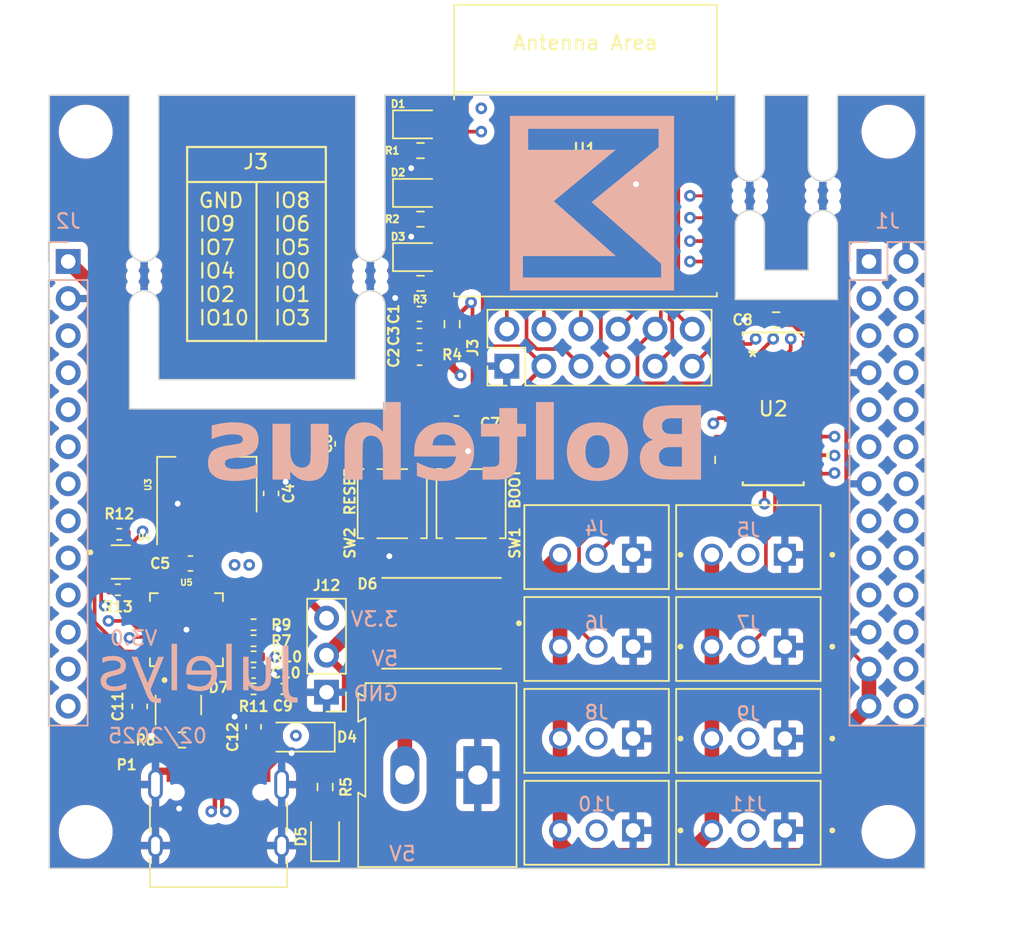
<source format=kicad_pcb>
(kicad_pcb (version 20221018) (generator pcbnew)
  (layers (0 "F.Cu" power) (1 "In1.Cu" signal) (2 "In2.Cu" signal) (31 "B.Cu" power) (34 "B.Paste" user) (35 "F.Paste" user) (36 "B.SilkS" user "B.Silkscreen") (37 "F.SilkS" user "F.Silkscreen") (38 "B.Mask" user) (39 "F.Mask" user) (44 "Edge.Cuts" user))
  (net 0 "")
  (net 1 "GND")
  (net 2 "A2")
  (net 3 "A1")
  (net 4 "A0")
  (net 5 "Net-(D1-K)")
  (net 6 "Net-(D2-K)")
  (net 7 "Net-(D3-K)")
  (net 8 "+3.3V")
  (net 9 "CHIP_UP")
  (net 10 "IO7")
  (net 11 "IO3")
  (net 12 "USB_D-")
  (net 13 "USB_D+")
  (net 14 "IO2")
  (net 15 "IO1")
  (net 16 "IO0")
  (net 17 "+5V")
  (net 18 "Net-(D5-A)")
  (net 19 "Net-(U2-A4)")
  (net 20 "Net-(U2-A6)")
  (net 21 "Net-(U2-A7)")
  (net 22 "Net-(U2-A5)")
  (net 23 "Net-(U2-~{E})")
  (net 24 "Net-(U2-A3)")
  (net 25 "Net-(U2-A0)")
  (net 26 "Net-(U2-A1)")
  (net 27 "Net-(U2-A2)")
  (net 28 "Net-(V_IN1-Pin_2)")
  (net 31 "Net-(U5-VBUS)")
  (net 32 "Net-(U5-~{RST})")
  (net 34 "Net-(U5-~{SUSPEND})")
  (net 47 "RTS")
  (net 48 "RXD")
  (net 49 "TXD")
  (net 51 "DTR")
  (net 52 "Net-(P1-CC)")
  (net 77 "Net-(U4-BASE1)")
  (net 78 "Net-(U4-BASE2)")
  (net 82 "CLK")
  (net 83 "CS")
  (net 84 "IO9")
  (net 85 "VBUS")
  (footprint "PCM_Espressif:ESP32-C3-WROOM-02" (layer "F.Cu") (at 62.74 21.8)
    (fp_text reference "U1")
    (fp_text value "ESP32-C3-WROOM-02")
  )
  (footprint "Connector:JST_B3B-XH-A" (layer "F.Cu") (at 63.5 64.875)
    (fp_text reference "J10")
    (fp_text value "B3B-XH-A")
  )
  (footprint "footprints:mouse-bite-2mm-slot" (layer "F.Cu") (at 74 21.9 90)
    (fp_text reference "mouse-bite-2mm-slot" hide)
    (fp_text value "VAL**" hide)
    (fp_arc (start -2 -1) (mid -1 0) (end -2 1) (stroke (width 0.1)) (layer "Edge.Cuts"))
    (fp_arc (start 2 1) (mid 1 0) (end 2 -1) (stroke (width 0.1)) (layer "Edge.Cuts"))
  )
  (footprint "Capacitor_SMD:C_0402_1005Metric" (layer "F.Cu") (at 40 54.5975)
    (fp_text reference "C10")
    (fp_text value "1uF/16V(10%)")
  )
  (footprint "MountingHole:MountingHole_3.2mm_M3" (layer "F.Cu") (at 83.5 65.5)
    (fp_text reference "H4" hide)
    (fp_text value "MountingHole")
  )
  (footprint "Resistor_SMD:R_0603_1608Metric" (layer "F.Cu") (at 71.1 40 -90)
    (fp_text reference "R6")
    (fp_text value "10K")
  )
  (footprint "Resistor_SMD:R_0603_1608Metric" (layer "F.Cu") (at 75.8 30.4)
    (fp_text reference "C8")
    (fp_text value "100nf")
  )
  (footprint "Connector:JST_B3B-XH-A" (layer "F.Cu") (at 63.5 58.575)
    (fp_text reference "J8")
    (fp_text value "B3B-XH-A")
  )
  (footprint "Connector_PinHeader_2.54mm:PinHeader_1x03_P2.54mm_Vertical" (layer "F.Cu") (at 45 55.925 180)
    (fp_text reference "J12")
    (fp_text value "Conn_01x03_Pin")
  )
  (footprint "Button_Switch_SMD:SW_SPST_TL3305A" (layer "F.Cu") (at 49.5 43 90)
    (fp_text reference "SW2")
    (fp_text value "SW_Push")
  )
  (footprint "Package_TO_SOT_SMD:SOT-223-3_TabPin2" (layer "F.Cu") (at 36.8 41.7 90)
    (fp_text reference "U3")
    (fp_text value "AMS1117-3.3")
  )
  (footprint "Capacitor_SMD:C_0603_1608Metric" (layer "F.Cu") (at 41.2 42.3 90)
    (fp_text reference "C4")
    (fp_text value "10uf")
  )
  (footprint "74HC4051D_FOOTPRINT:SOIC16_TOS" (layer "F.Cu") (at 75.6 36.5)
    (fp_text reference "U2")
    (fp_text value "74HC4051")
  )
  (footprint "Capacitor_SMD:C_0603_1608Metric" (layer "F.Cu") (at 51.375 33 180)
    (fp_text reference "C2")
    (fp_text value "10uf")
  )
  (footprint "Button_Switch_SMD:SW_SPST_TL3305A" (layer "F.Cu") (at 54.9 43 90)
    (fp_text reference "SW1")
    (fp_text value "SW_Push")
  )
  (footprint "MountingHole:MountingHole_3.2mm_M3" (layer "F.Cu") (at 83.5 17.5)
    (fp_text reference "H2" hide)
    (fp_text value "MountingHole")
  )
  (footprint "footprints:mouse-bite-2mm-slot" (layer "F.Cu") (at 32.5 27.4 90)
    (fp_text reference "mouse-bite-2mm-slot" hide)
    (fp_text value "VAL**" hide)
    (fp_arc (start -2 -1) (mid -1 0) (end -2 1) (stroke (width 0.1)) (layer "Edge.Cuts"))
    (fp_arc (start 2 1) (mid 1 0) (end 2 -1) (stroke (width 0.1)) (layer "Edge.Cuts"))
  )
  (footprint "Capacitor_SMD:C_0603_1608Metric" (layer "F.Cu") (at 35.675 47.1 180)
    (fp_text reference "C5")
    (fp_text value "10uf")
  )
  (footprint "Capacitor_SMD:C_0603_1608Metric" (layer "F.Cu") (at 53.9 37.5)
    (fp_text reference "C7")
    (fp_text value "0.1uf")
  )
  (footprint "Capacitor_SMD:C_0603_1608Metric" (layer "F.Cu") (at 51.3625 30 180)
    (fp_text reference "C1")
    (fp_text value "1uf/16V")
  )
  (footprint "Resistor_SMD:R_0402_1005Metric" (layer "F.Cu") (at 40 53.4975 180)
    (fp_text reference "R10")
    (fp_text value "22.1K")
  )
  (footprint "Diode_SMD:D_SOD-123" (layer "F.Cu") (at 43.2 59 180)
    (fp_text reference "D4")
    (fp_text value "1N5819HW-7-F")
  )
  (footprint "Resistor_SMD:R_0603_1608Metric" (layer "F.Cu") (at 51.4375 23.5 180)
    (fp_text reference "R2")
    (fp_text value "270")
  )
  (footprint "Transistor_Power_Module:SOT65P210X110-6N" (layer "F.Cu") (at 30.9 47)
    (fp_text reference "U4")
    (fp_text value "BC847BDW1T1G")
  )
  (footprint "Resistor_SMD:R_0402_1005Metric" (layer "F.Cu") (at 30.7 48.9 180)
    (fp_text reference "R13")
    (fp_text value "10k")
  )
  (footprint "Connector:JST_B3B-XH-A" (layer "F.Cu") (at 63.5 52.275)
    (fp_text reference "J6")
    (fp_text value "B3B-XH-A")
  )
  (footprint "Connector:JST_B3B-XH-A" (layer "F.Cu") (at 73.9 45.975)
    (fp_text reference "J5")
    (fp_text value "B3B-XH-A")
  )
  (footprint "LED_SMD:LED_0805_2012Metric" (layer "F.Cu") (at 51.2375 21.7)
    (fp_text reference "D2")
    (fp_text value "LED RED")
  )
  (footprint "Resistor_SMD:R_0402_1005Metric" (layer "F.Cu") (at 40 52.3975)
    (fp_text reference "R7")
    (fp_text value "1K")
  )
  (footprint "Connector_USB:QFN50P500X500X80-29N" (layer "F.Cu") (at 35.4 51.6375 90)
    (fp_text reference "U5")
    (fp_text value "CP2102N-A02-GQFN28")
  )
  (footprint "Resistor_SMD:R_0603_1608Metric" (layer "F.Cu") (at 35.1 59.2 180)
    (fp_text reference "R8")
    (fp_text value "5.1K")
  )
  (footprint "Capacitor_SMD:C_0603_1608Metric" (layer "F.Cu") (at 46.1 38.9 90)
    (fp_text reference "C6")
    (fp_text value "0.1uf")
  )
  (footprint "Resistor_SMD:R_0402_1005Metric" (layer "F.Cu") (at 30.8 45.1 180)
    (fp_text reference "R12")
    (fp_text value "10k")
  )
  (footprint "Package_TO_SOT_SMD:SOT-143" (layer "F.Cu") (at 34.85 56.8 90)
    (fp_text reference "D7")
    (fp_text value "SP0503BAHT")
  )
  (footprint "Capacitor_SMD:C_0402_1005Metric" (layer "F.Cu") (at 42 55.7 180)
    (fp_text reference "C9")
    (fp_text value "10uF/25V(20%)")
  )
  (footprint "MountingHole:MountingHole_3.2mm_M3" (layer "F.Cu") (at 28.5 65.5)
    (fp_text reference "H3" hide)
    (fp_text value "MountingHole")
  )
  (footprint "Resistor_SMD:R_0603_1608Metric" (layer "F.Cu") (at 51.4375 27.9 180)
    (fp_text reference "R3")
    (fp_text value "270")
  )
  (footprint "LED_SMD:LED_0805_2012Metric" (layer "F.Cu") (at 51.2375 26.1)
    (fp_text reference "D3")
    (fp_text value "LED RED")
  )
  (footprint "Capacitor_SMD:C_0603_1608Metric" (layer "F.Cu") (at 40 58.3 90)
    (fp_text reference "C12")
    (fp_text value "22pf")
  )
  (footprint "Capacitor_SMD:C_0603_1608Metric" (layer "F.Cu") (at 51.3625 31.5 180)
    (fp_text reference "C3")
    (fp_text value "0.1uf")
  )
  (footprint "Connector_PinHeader_2.54mm:PinHeader_2x06_P2.54mm_Vertical" (layer "F.Cu") (at 57.35 33.575 90)
    (fp_text reference "J3")
    (fp_text value "Conn_02x06_Odd_Even")
  )
  (footprint "Connector:JST_B3B-XH-A" (layer "F.Cu") (at 73.9 64.875)
    (fp_text reference "J11")
    (fp_text value "B3B-XH-A")
  )
  (footprint "TerminalBlock:TerminalBlock_Altech_AK300-2_P5.00mm" (layer "F.Cu") (at 55.365 61.6 180)
    (fp_text reference "V_IN1" hide)
    (fp_text value "5V")
  )
  (footprint "Connector:JST_B3B-XH-A" (layer "F.Cu") (at 63.5 45.975)
    (fp_text reference "J4")
    (fp_text value "B3B-XH-A")
  )
  (footprint "Capacitor_SMD:C_0603_1608Metric" (layer "F.Cu") (at 32.2 56.9 -90)
    (fp_text reference "C11")
    (fp_text value "22pf")
  )
  (footprint "Connector:JST_B3B-XH-A" (layer "F.Cu") (at 73.9 52.275)
    (fp_text reference "J7")
    (fp_text value "B3B-XH-A")
  )
  (footprint "Resistor_SMD:R_0402_1005Metric" (layer "F.Cu") (at 40 55.6975)
    (fp_text reference "R11")
    (fp_text value "47.5K")
  )
  (footprint "Connector:JST_B3B-XH-A" (layer "F.Cu") (at 73.9 58.575)
    (fp_text reference "J9")
    (fp_text value "B3B-XH-A")
  )
  (footprint "LED_SMD:LED_0805_2012Metric" (layer "F.Cu") (at 51.2375 17)
    (fp_text reference "D1")
    (fp_text value "LED RED")
  )
  (footprint "Resistor_SMD:R_0402_1005Metric" (layer "F.Cu") (at 40 51.2975)
    (fp_text reference "R9")
    (fp_text value "10K")
  )
  (footprint "Diode_SMD:DIOM7959X262N" (layer "F.Cu") (at 52.8775 51.2 180)
    (fp_text reference "D6")
    (fp_text value "SS34-E3_57T")
  )
  (footprint "footprints:mouse-bite-2mm-slot" (layer "F.Cu") (at 79 21.9 90)
    (fp_text reference "mouse-bite-2mm-slot" hide)
    (fp_text value "VAL**" hide)
    (fp_arc (start -2 -1) (mid -1 0) (end -2 1) (stroke (width 0.1)) (layer "Edge.Cuts"))
    (fp_arc (start 2 1) (mid 1 0) (end 2 -1) (stroke (width 0.1)) (layer "Edge.Cuts"))
  )
  (footprint "Resistor_SMD:R_0603_1608Metric" (layer "F.Cu") (at 44.9 62.425 -90)
    (fp_text reference "R5")
    (fp_text value "5k1")
  )
  (footprint "LED_SMD:LED_0805_2012Metric" (layer "F.Cu") (at 44.9 65.825 90)
    (fp_text reference "D5")
    (fp_text value "LED GREEN")
  )
  (footprint "Resistor_SMD:R_0603_1608Metric" (layer "F.Cu") (at 51.4375 18.8 180)
    (fp_text reference "R1")
    (fp_text value "270")
  )
  (footprint "Connector_USB:USB_C_Receptacle_HRO_TYPE-C-31-M-12" (layer "F.Cu") (at 37.6 65.385)
    (fp_text reference "P1")
    (fp_text value "USB_C_Plug_USB2.0")
  )
  (footprint "Resistor_SMD:R_0603_1608Metric" (layer "F.Cu") (at 53.6 30.7 90)
    (fp_text reference "R4")
    (fp_text value "10K")
  )
  (footprint "footprints:mouse-bite-2mm-slot" (layer "F.Cu") (at 48 27.4 90)
    (fp_text reference "mouse-bite-2mm-slot" hide)
    (fp_text value "VAL**" hide)
    (fp_arc (start -2 -1) (mid -1 0) (end -2 1) (stroke (width 0.1)) (layer "Edge.Cuts"))
    (fp_arc (start 2 1) (mid 1 0) (end 2 -1) (stroke (width 0.1)) (layer "Edge.Cuts"))
  )
  (footprint "MountingHole:MountingHole_3.2mm_M3" (layer "F.Cu") (at 28.5 17.5)
    (fp_text reference "H1" hide)
    (fp_text value "MountingHole")
  )
  (footprint "Connector_PinSocket_2.54mm:PinSocket_2x13_P2.54mm_Vertical" (layer "B.Cu") (at 82.16 26.4 180)
    (fp_text reference "J1")
    (fp_text value "Conn_02x13_Top_Bottom")
  )
  (footprint "Connector_PinSocket_2.54mm:PinSocket_1x13_P2.54mm_Vertical" (layer "B.Cu") (at 27.3 26.4 180)
    (fp_text reference "J2")
    (fp_text value "Conn_01x13")
  )
  (gr_line (start 35.45 20.95) (end 44.95 20.95) (stroke (width 0.15)) (layer "F.SilkS"))
  (gr_line (start 40.2 20.95) (end 40.2 31.85) (stroke (width 0.15)) (layer "F.SilkS"))
  (gr_line (start 44.95 31.85) (end 44.95 18.55) (stroke (width 0.15)) (layer "F.SilkS"))
  (gr_line (start 35.45 18.55) (end 35.45 31.85) (stroke (width 0.15)) (layer "F.SilkS"))
  (gr_line (start 44.95 18.55) (end 35.45 18.55) (stroke (width 0.15)) (layer "F.SilkS"))
  (gr_line (start 35.45 31.85) (end 44.95 31.85) (stroke (width 0.15)) (layer "F.SilkS"))
  (gr_line (start 86 15) (end 80 15) (stroke (width 0.1)) (layer "Edge.Cuts"))
  (gr_line (start 33.5 29.4) (end 33.5 34.5) (stroke (width 0.1)) (layer "Edge.Cuts"))
  (gr_line (start 75 19.9) (end 75 15) (stroke (width 0.1)) (layer "Edge.Cuts"))
  (gr_line (start 26 68) (end 86 68) (stroke (width 0.1)) (layer "Edge.Cuts"))
  (gr_line (start 78 23.9) (end 78 27) (stroke (width 0.1)) (layer "Edge.Cuts"))
  (gr_line (start 80 23.9) (end 80 29) (stroke (width 0.1)) (layer "Edge.Cuts"))
  (gr_line (start 49 25.4) (end 49 15) (stroke (width 0.1)) (layer "Edge.Cuts"))
  (gr_line (start 31.5 15) (end 31.5 25.4) (stroke (width 0.1)) (layer "Edge.Cuts"))
  (gr_line (start 75 15) (end 78 15) (stroke (width 0.1)) (layer "Edge.Cuts"))
  (gr_line (start 73 23.9) (end 73 29) (stroke (width 0.1)) (layer "Edge.Cuts"))
  (gr_line (start 31.5 29.4) (end 31.5 36.5) (stroke (width 0.1)) (layer "Edge.Cuts"))
  (gr_line (start 26 15) (end 26 68) (stroke (width 0.1)) (layer "Edge.Cuts"))
  (gr_line (start 31.5 36.5) (end 49 36.5) (stroke (width 0.1)) (layer "Edge.Cuts"))
  (gr_line (start 80 29) (end 73 29) (stroke (width 0.1)) (layer "Edge.Cuts"))
  (gr_line (start 80 15) (end 80 19.9) (stroke (width 0.1)) (layer "Edge.Cuts"))
  (gr_line (start 33.5 15) (end 33.5 25.4) (stroke (width 0.1)) (layer "Edge.Cuts"))
  (gr_line (start 49 15) (end 73 15) (stroke (width 0.1)) (layer "Edge.Cuts"))
  (gr_line (start 26 15) (end 31.5 15) (stroke (width 0.1)) (layer "Edge.Cuts"))
  (gr_line (start 33.5 34.5) (end 47 34.5) (stroke (width 0.1)) (layer "Edge.Cuts"))
  (gr_line (start 49 29.4) (end 49 36.5) (stroke (width 0.1)) (layer "Edge.Cuts"))
  (gr_line (start 47 15) (end 33.5 15) (stroke (width 0.1)) (layer "Edge.Cuts"))
  (gr_line (start 47 25.4) (end 47 15) (stroke (width 0.1)) (layer "Edge.Cuts"))
  (gr_line (start 75 27) (end 75 23.9) (stroke (width 0.1)) (layer "Edge.Cuts"))
  (gr_line (start 78 27) (end 75 27) (stroke (width 0.1)) (layer "Edge.Cuts"))
  (gr_line (start 86 68) (end 86 15) (stroke (width 0.1)) (layer "Edge.Cuts"))
  (gr_line (start 73 15) (end 73 19.9) (stroke (width 0.1)) (layer "Edge.Cuts"))
  (gr_line (start 78 15) (end 78 19.9) (stroke (width 0.1)) (layer "Edge.Cuts"))
  (gr_line (start 47 34.5) (end 47 29.4) (stroke (width 0.1)) (layer "Edge.Cuts"))
  (gr_text "Julelys" (at 42.8 56.3) (layer "B.SilkS") (effects (font (size 3 3)) (justify left bottom mirror)))
  (gr_text "∑" (at 68.2 26.7) (layer "B.SilkS" knockout) (effects (font (size 8 10) (thickness 1.6) bold) (justify left bottom mirror)))
  (gr_text "5V" (at 50 54.2) (layer "B.SilkS") (effects (font (size 1 1)) (justify left bottom mirror)))
  (gr_text "Boltehus" (at 71.3 42.2) (layer "B.SilkS") (effects (font (size 5 5) (thickness 0.3) bold) (justify left bottom mirror)))
  (gr_text "3.3V" (at 50 51.5) (layer "B.SilkS") (effects (font (size 1 1)) (justify left bottom mirror)))
  (gr_text "GND" (at 50 56.6) (layer "B.SilkS") (effects (font (size 1 1)) (justify left bottom mirror)))
  (gr_text "02/2025" (at 36.9 59.5) (layer "B.SilkS") (effects (font (size 1 1)) (justify left bottom mirror)))
  (gr_text "V3.0" (at 33.5 52.8) (layer "B.SilkS") (effects (font (size 1 1)) (justify left bottom mirror)))
  (gr_text "GND\nIO9\nIO7\nIO4\nIO2\nIO10" (at 36.15 30.85) (layer "F.SilkS") (effects (font (size 1 1)) (justify left bottom)))
  (gr_text "IO8\nIO6\nIO5\nIO0\nIO1\nIO3" (at 42.65 30.85) (layer "F.SilkS") (effects (font (size 1 1)) (justify bottom)))
  (gr_text "J3" (at 40.15 20.15) (layer "F.SilkS") (effects (font (size 1 1)) (justify bottom)))
  (segment (start 72.93935 39.675) (end 72.93935 40.945) (width 0.25) (layer "F.Cu") (net 1))
  (segment (start 33.975 57.675) (end 34.1 57.8) (width 0.25) (layer "F.Cu") (net 1))
  (segment (start 42.175 41.525) (end 41.2 41.525) (width 0.5) (layer "F.Cu") (net 1))
  (segment (start 50.5875 29.7875) (end 50.5875 30) (width 0.5) (layer "F.Cu") (net 1))
  (segment (start 34.9 52.1375) (end 34.9 53.9975) (width 0.25) (layer "F.Cu") (net 1))
  (segment (start 46.1 39.675) (end 47.725 39.675) (width 0.5) (layer "F.Cu") (net 1))
  (segment (start 40.5125 55.7) (end 40.51 55.6975) (width 0.25) (layer "F.Cu") (net 1))
  (segment (start 34.5 46.1) (end 34.9 46.5) (width 0.5) (layer "F.Cu") (net 1))
  (segment (start 53.4 39.4) (end 53.4 46.6) (width 0.5) (layer "F.Cu") (net 1))
  (segment (start 49.7 28.9) (end 50.6125 27.9875) (width 0.5) (layer "F.Cu") (net 1))
  (segment (start 53.125 39.125) (end 53.4 39.4) (width 0.5) (layer "F.Cu") (net 1))
  (segment (start 70.9 40.825) (end 72.81935 40.825) (width 0.25) (layer "F.Cu") (net 1))
  (segment (start 50.5875 30) (end 50.5875 32.9875) (width 0.5) (layer "F.Cu") (net 1))
  (segment (start 76.275 46.375) (end 76.4 46.5) (width 0.5) (layer "F.Cu") (net 1))
  (segment (start 34.35 61.34) (end 34.35 59.775) (width 0.3) (layer "F.Cu") (net 1))
  (segment (start 35.4 51.6375) (end 34.9 52.1375) (width 0.25) (layer "F.Cu") (net 1))
  (segment (start 52.99 28.9) (end 53.99 27.9) (width 0.5) (layer "F.Cu") (net 1))
  (segment (start 34.5 43.3) (end 34.8 43) (width 0.5) (layer "F.Cu") (net 1))
  (segment (start 73.6 30.4) (end 74.975 30.4) (width 0.5) (layer "F.Cu") (net 1))
  (segment (start 50.8 24.7) (end 50.6125 24.5125) (width 0.5) (layer "F.Cu") (net 1))
  (segment (start 40.48 54.5975) (end 40.48 55.6675) (width 0.25) (layer "F.Cu") (net 1))
  (segment (start 34.275 59.3) (end 34.275 57.975) (width 0.25) (layer "F.Cu") (net 1))
  (segment (start 50.5875 32.9875) (end 50.6 33) (width 0.5) (layer "F.Cu") (net 1))
  (segment (start 49.7 28.9) (end 52.99 28.9) (width 0.5) (layer "F.Cu") (net 1))
  (segment (start 50.8 20) (end 50.6125 19.8125) (width 0.5) (layer "F.Cu") (net 1))
  (segment (start 32.2 57.675) (end 33.975 57.675) (width 0.25) (layer "F.Cu") (net 1))
  (segment (start 40.51 51.2975) (end 41.3975 51.2975) (width 0.25) (layer "F.Cu") (net 1))
  (segment (start 49.7 28.9) (end 50.5875 29.7875) (width 0.5) (layer "F.Cu") (net 1))
  (segment (start 42.2 41.5) (end 42.175 41.525) (width 0.5) (layer "F.Cu") (net 1))
  (segment (start 53.075 46.925) (end 53.4 46.6) (width 0.25) (layer "F.Cu") (net 1))
  (segment (start 54.7 39.4) (end 53.4 39.4) (width 0.5) (layer "F.Cu") (net 1))
  (segment (start 41.2 40.6) (end 41.2 41.525) (width 0.5) (layer "F.Cu") (net 1))
  (segment (start 41.4 54.7) (end 41.4 55.58) (width 0.25) (layer "F.Cu") (net 1))
  (segment (start 72.81935 40.825) (end 72.93935 40.945) (width 0.25) (layer "F.Cu") (net 1))
  (segment (start 47.725 39.675) (end 48 39.4) (width 0.5) (layer "F.Cu") (net 1))
  (segment (start 34.5 44.85) (end 34.5 43.3) (width 0.5) (layer "F.Cu") (net 1))
  (segment (start 38.775 57.525) (end 38.7 57.6) (width 0.25) (layer "F.Cu") (net 1))
  (segment (start 42.125 39.675) (end 41.2 40.6) (width 0.5) (layer "F.Cu") (net 1))
  (segment (start 53.125 37.5) (end 53.125 39.125) (width 0.5) (layer "F.Cu") (net 1))
  (segment (start 41.52 55.7) (end 40.5125 55.7) (width 0.25) (layer "F.Cu") (net 1))
  (segment (start 33 58.9) (end 34.1 57.8) (width 0.5) (layer "F.Cu") (net 1))
  (segment (start 50.6125 27.9875) (end 50.6125 27.9) (width 0.5) (layer "F.Cu") (net 1))
  (segment (start 34.35 59.375) (end 34.275 59.3) (width 0.3) (layer "F.Cu") (net 1))
  (segment (start 41.3975 51.2975) (end 41.7 51.6) (width 0.25) (layer "F.Cu") (net 1))
  (segment (start 34.275 57.975) (end 34.1 57.8) (width 0.25) (layer "F.Cu") (net 1))
  (segment (start 47.725 39.025) (end 48 39.3) (width 0.5) (layer "F.Cu") (net 1))
  (segment (start 47.825 46.675) (end 48 46.5) (width 0.5) (layer "F.Cu") (net 1))
  (segment (start 40.48 55.6675) (end 40.51 55.6975) (width 0.25) (layer "F.Cu") (net 1))
  (segment (start 50.6125 24.5125) (end 50.6125 23.5) (width 0.5) (layer "F.Cu") (net 1))
  (segment (start 50.6125 19.8125) (end 50.6125 18.8) (width 0.5) (layer "F.Cu") (net 1))
  (segment (start 42.09 60.1) (end 40.85 61.34) (width 0.3) (layer "F.Cu") (net 1))
  (segment (start 34.5 44.25) (end 34.5 46.1) (width 0.5) (layer "F.Cu") (net 1))
  (segment (start 49.3 46.6) (end 48 46.6) (width 0.5) (layer "F.Cu") (net 1))
  (segment (start 42.6 60.1) (end 42.09 60.1) (width 0.3) (layer "F.Cu") (net 1))
  (segment (start 41.4 55.58) (end 41.52 55.7) (width 0.25) (layer "F.Cu") (net 1))
  (segment (start 46.1 39.675) (end 42.125 39.675) (width 0.5) (layer "F.Cu") (net 1))
  (segment (start 40 57.525) (end 38.775 57.525) (width 0.3) (layer "F.Cu") (net 1))
  (via (at 66.2 21.1) (size 0.8) (drill 0.4) (layers "F.Cu" "B.Cu") (net 1))
  (via (at 49.3 46.6) (size 0.8) (drill 0.4) (layers "F.Cu" "B.Cu") (net 1))
  (via (at 42.2 41.5) (size 0.8) (drill 0.4) (layers "F.Cu" "B.Cu") (net 1))
  (via (at 73.6 30.4) (size 0.8) (drill 0.4) (layers "F.Cu" "B.Cu") (net 1))
  (via (at 34.8 43) (size 0.8) (drill 0.4) (layers "F.Cu" "B.Cu") (net 1))
  (via (at 54.7 39.4) (size 0.8) (drill 0.4) (layers "F.Cu" "B.Cu") (net 1))
  (via (at 38.7 57.6) (size 0.8) (drill 0.4) (layers "F.Cu" "B.Cu") (net 1))
  (via (at 49.7 28.9) (size 0.8) (drill 0.4) (layers "F.Cu" "B.Cu") (net 1))
  (via (at 41.7 51.6) (size 0.8) (drill 0.4) (layers "F.Cu" "B.Cu") (net 1))
  (via (at 41.4 54.7) (size 0.8) (drill 0.4) (layers "F.Cu" "B.Cu") (net 1))
  (via (at 42.6 60.1) (size 0.8) (drill 0.4) (layers "F.Cu" "B.Cu") (net 1))
  (via (at 33 58.9) (size 0.8) (drill 0.4) (layers "F.Cu" "B.Cu") (net 1))
  (via (at 35.4 51.6375) (size 0.8) (drill 0.4) (layers "F.Cu" "B.Cu") (net 1))
  (via (at 50.8 24.7) (size 0.8) (drill 0.4) (layers "F.Cu" "B.Cu") (net 1))
  (via (at 34.9 63.9) (size 0.8) (drill 0.4) (layers "F.Cu" "B.Cu") (net 1))
  (via (at 50.8 20) (size 0.8) (drill 0.4) (layers "F.Cu" "B.Cu") (net 1))
  (segment (start 57.35 27.96) (end 57.35 31.035) (width 0.25) (layer "F.Cu") (net 2))
  (segment (start 78.26065 40.945) (end 79.755 40.945) (width 0.25) (layer "F.Cu") (net 2))
  (segment (start 53.99 24.9) (end 54.29 24.9) (width 0.25) (layer "F.Cu") (net 2))
  (segment (start 79.755 40.945) (end 79.8 40.9) (width 0.25) (layer "F.Cu") (net 2))
  (segment (start 53.99 24.9) (end 53.2375 24.9) (width 0.25) (layer "F.Cu") (net 2))
  (segment (start 54.29 24.9) (end 57.35 27.96) (width 0.25) (layer "F.Cu") (net 2))
  (segment (start 53.2375 24.9) (end 52.0375 26.1) (width 0.25) (layer "F.Cu") (net 2))
  (via (at 79.8 40.9) (size 0.8) (drill 0.4) (layers "F.Cu" "B.Cu") (net 2))
  (segment (start 53.99 20.4) (end 54.29 20.4) (width 0.25) (layer "F.Cu") (net 3))
  (segment (start 78.26065 39.675) (end 79.775 39.675) (width 0.25) (layer "F.Cu") (net 3))
  (segment (start 54.29 20.4) (end 62.43 28.54) (width 0.25) (layer "F.Cu") (net 3))
  (segment (start 53.99 20.4) (end 53.3375 20.4) (width 0.25) (layer "F.Cu") (net 3))
  (segment (start 62.43 28.54) (end 62.43 31.035) (width 0.25) (layer "F.Cu") (net 3))
  (segment (start 79.775 39.675) (end 79.8 39.7) (width 0.25) (layer "F.Cu") (net 3))
  (segment (start 53.3375 20.4) (end 52.0375 21.7) (width 0.25) (layer "F.Cu") (net 3))
  (via (at 79.8 39.7) (size 0.8) (drill 0.4) (layers "F.Cu" "B.Cu") (net 3))
  (segment (start 54.34 18.9) (end 63.795 28.355) (width 0.25) (layer "F.Cu") (net 4))
  (segment (start 52.175 17) (end 52.175 17.2975) (width 0.25) (layer "F.Cu") (net 4))
  (segment (start 63.795 28.355) (end 63.795 32.4) (width 0.25) (layer "F.Cu") (net 4))
  (segment (start 53.64 18.9) (end 53.99 18.9) (width 0.25) (layer "F.Cu") (net 4))
  (segment (start 63.795 32.4) (end 64.97 33.575) (width 0.25) (layer "F.Cu") (net 4))
  (segment (start 52.0375 17.2975) (end 53.64 18.9) (width 0.25) (layer "F.Cu") (net 4))
  (segment (start 78.26065 38.405) (end 79.795 38.405) (width 0.25) (layer "F.Cu") (net 4))
  (segment (start 79.795 38.405) (end 79.8 38.4) (width 0.25) (layer "F.Cu") (net 4))
  (segment (start 53.99 18.9) (end 54.34 18.9) (width 0.25) (layer "F.Cu") (net 4))
  (via (at 79.8 38.4) (size 0.8) (drill 0.4) (layers "F.Cu" "B.Cu") (net 4))
  (segment (start 52.1 18.8) (end 52.2625 18.8) (width 0.25) (layer "F.Cu") (net 5))
  (segment (start 50.3 17) (end 52.1 18.8) (width 0.25) (layer "F.Cu") (net 5))
  (segment (start 50.3 21.7) (end 52.1 23.5) (width 0.25) (layer "F.Cu") (net 6))
  (segment (start 52.1 23.5) (end 52.2625 23.5) (width 0.25) (layer "F.Cu") (net 6))
  (segment (start 52.1 27.9) (end 52.2625 27.9) (width 0.25) (layer "F.Cu") (net 7))
  (segment (start 50.3 26.1) (end 52.1 27.9) (width 0.25) (layer "F.Cu") (net 7))
  (segment (start 36.9 55) (end 36.9 53.9975) (width 0.25) (layer "F.Cu") (net 8))
  (segment (start 35.603274 37.95) (end 36.8 37.95) (width 0.25) (layer "F.Cu") (net 8))
  (segment (start 52.15 34.75) (end 49.7 37.2) (width 0.5) (layer "F.Cu") (net 8))
  (segment (start 42.4775 52.3975) (end 42.48 52.4) (width 0.25) (layer "F.Cu") (net 8))
  (segment (start 38.2425 56.3425) (end 42.147499 56.3425) (width 0.25) (layer "F.Cu") (net 8))
  (segment (start 38.15 37.2) (end 36.8 38.55) (width 0.5) (layer "F.Cu") (net 8))
  (segment (start 53.675 31.6) (end 53.7 31.575) (width 0.25) (layer "F.Cu") (net 8))
  (segment (start 49.7 37.2) (end 38.15 37.2) (width 0.5) (layer "F.Cu") (net 8))
  (segment (start 37.7225 48.3725) (end 42.5275 48.3725) (width 0.5) (layer "F.Cu") (net 8))
  (segment (start 36.525 44.525) (end 36.8 44.25) (width 0.5) (layer "F.Cu") (net 8))
  (segment (start 52.15 33) (end 52.15 34.75) (width 0.5) (layer "F.Cu") (net 8))
  (segment (start 36.9 53.9975) (end 36.4 53.9975) (width 0.25) (layer "F.Cu") (net 8))
  (segment (start 53.6 33.6245) (end 54.1755 34.2) (width 0.5) (layer "F.Cu") (net 8))
  (segment (start 53.6 31.525) (end 52.1625 31.525) (width 0.5) (layer "F.Cu") (net 8))
  (segment (start 42.48 56.009999) (end 42.48 55.7) (width 0.25) (layer "F.Cu") (net 8))
  (segment (start 40.51 52.3975) (end 42.4775 52.3975) (width 0.25) (layer "F.Cu") (net 8))
  (segment (start 52.1625 31.525) (end 52.1375 31.5) (width 0.5) (layer "F.Cu") (net 8))
  (segment (start 52.1375 32.9875) (end 52.15 33) (width 0.5) (layer "F.Cu") (net 8))
  (segment (start 42.48 48.42) (end 42.5275 48.3725) (width 0.25) (layer "F.Cu") (net 8))
  (segment (start 42.147499 56.3425) (end 42.48 56.009999) (width 0.25) (layer "F.Cu") (net 8))
  (segment (start 42.48 55.7) (end 42.48 52.4) (width 0.25) (layer "F.Cu") (net 8))
  (segment (start 53.6 31.525) (end 53.6 33.6245) (width 0.5) (layer "F.Cu") (net 8))
  (segment (start 42.48 52.4) (end 42.48 48.42) (width 0.25) (layer "F.Cu") (net 8))
  (segment (start 36.45 47.1) (end 37.7225 48.3725) (width 0.5) (layer "F.Cu") (net 8))
  (segment (start 36.45 45.2) (end 36.8 44.85) (width 0.5) (layer "F.Cu") (net 8))
  (segment (start 36.45 47.1) (end 36.45 45.2) (width 0.5) (layer "F.Cu") (net 8))
  (segment (start 38.2425 56.3425) (end 36.9 55) (width 0.25) (layer "F.Cu") (net 8))
  (segment (start 36.7 44.35) (end 36.8 44.25) (width 0.5) (layer "F.Cu") (net 8))
  (segment (start 42.5275 48.3725) (end 43.699629 49.544629) (width 0.5) (layer "F.Cu") (net 8))
  (segment (start 45 50.845) (end 43.699629 49.544629) (width 0.5) (layer "F.Cu") (net 8))
  (segment (start 52.1375 31.5) (end 52.1375 32.9875) (width 0.5) (layer "F.Cu") (net 8))
  (via (at 54.1755 34.2) (size 0.8) (drill 0.4) (layers "F.Cu" "B.Cu") (net 8))
  (via (at 55.6 15.9) (size 0.8) (drill 0.4) (layers "F.Cu" "B.Cu") (net 8))
  (segment (start 52.7 36) (end 51 37.7) (width 0.25) (layer "F.Cu") (net 9))
  (segment (start 53.475 30) (end 53.6 29.875) (width 0.3) (layer "F.Cu") (net 9))
  (segment (start 54.09 17.5) (end 53.99 17.4) (width 0.25) (layer "F.Cu") (net 9))
  (segment (start 54.9 29.2) (end 55.1 29.4) (width 0.25) (layer "F.Cu") (net 9))
  (segment (start 54.225 29.875) (end 54.9 29.2) (width 0.3) (layer "F.Cu") (net 9))
  (segment (start 51 46.5) (end 51 39.3) (width 0.3) (layer "F.Cu") (net 9))
  (segment (start 49.725 38.125) (end 46.1 38.125) (width 0.3) (layer "F.Cu") (net 9))
  (segment (start 53.6 29.875) (end 54.225 29.875) (width 0.3) (layer "F.Cu") (net 9))
  (segment (start 55 29.3) (end 55 35.2) (width 0.25) (layer "F.Cu") (net 9))
  (segment (start 54.9 29.2) (end 55 29.3) (width 0.25) (layer "F.Cu") (net 9))
  (segment (start 52.1375 30) (end 53.475 30) (width 0.3) (layer "F.Cu") (net 9))
  (segment (start 51 39.4) (end 49.725 38.125) (width 0.3) (layer "F.Cu") (net 9))
  (segment (start 55 35.2) (end 54.2 36) (width 0.25) (layer "F.Cu") (net 9))
  (segment (start 32.4 44.97) (end 31.855 45.515) (width 0.25) (layer "F.Cu") (net 9))
  (segment (start 51 37.7) (end 51 39.4) (width 0.25) (layer "F.Cu") (net 9))
  (segment (start 55.6 17.5) (end 54.09 17.5) (width 0.25) (layer "F.Cu") (net 9))
  (segment (start 31.855 45.515) (end 31.855 46.35) (width 0.25) (layer "F.Cu") (net 9))
  (segment (start 54.2 36) (end 52.7 36) (width 0.25) (layer "F.Cu") (net 9))
  (via (at 32.4 44.9) (size 0.8) (drill 0.4) (layers "F.Cu" "B.Cu") (net 9))
  (via (at 55.6 17.5) (size 0.8) (drill 0.4) (layers "F.Cu" "B.Cu") (net 9))
  (via (at 54.9 29.2) (size 0.8) (drill 0.4) (layers "F.Cu" "B.Cu") (net 9))
  (segment (start 54.29 23.4) (end 58.7 27.81) (width 0.25) (layer "F.Cu") (net 10))
  (segment (start 58.7 27.81) (end 58.7 31.696701) (width 0.25) (layer "F.Cu") (net 10))
  (segment (start 61.255 32.4) (end 62.43 33.575) (width 0.25) (layer "F.Cu") (net 10))
  (segment (start 53.99 23.4) (end 54.29 23.4) (width 0.25) (layer "F.Cu") (net 10))
  (segment (start 58.7 31.696701) (end 59.403299 32.4) (width 0.25) (layer "F.Cu") (net 10))
  (segment (start 59.403299 32.4) (end 61.255 32.4) (width 0.25) (layer "F.Cu") (net 10))
  (segment (start 70 20.4) (end 71.49 20.4) (width 0.25) (layer "F.Cu") (net 11))
  (segment (start 69.1 21.3) (end 70 20.4) (width 0.25) (layer "F.Cu") (net 11))
  (segment (start 70.05 31.035) (end 69.1 30.085) (width 0.25) (layer "F.Cu") (net 11))
  (segment (start 69.1 30.085) (end 69.1 21.3) (width 0.25) (layer "F.Cu") (net 11))
  (segment (start 37.85 60.5) (end 37.85 57.85) (width 0.3) (layer "F.Cu") (net 12))
  (segment (start 37.85 57.85) (end 35.8 55.8) (width 0.3) (layer "F.Cu") (net 12))
  (segment (start 35.9 55.7) (end 35.8 55.8) (width 0.3) (layer "F.Cu") (net 12))
  (segment (start 37.85 61.34) (end 37.85 63.850497) (width 0.3) (layer "F.Cu") (net 12))
  (segment (start 35.9 53.9975) (end 35.9 55.7) (width 0.3) (layer "F.Cu") (net 12))
  (segment (start 39.04 59.075) (end 40 59.075) (width 0.3) (layer "F.Cu") (net 12))
  (segment (start 37.85 61.34) (end 37.85 60.5) (width 0.3) (layer "F.Cu") (net 12))
  (segment (start 69.9 23.4) (end 71.49 23.4) (width 0.2) (layer "F.Cu") (net 12))
  (segment (start 37.85 60.265) (end 39.04 59.075) (width 0.3) (layer "F.Cu") (net 12))
  (segment (start 37.85 63.850497) (end 38.099503 64.1) (width 0.3) (layer "F.Cu") (net 12))
  (segment (start 37.85 60.5) (end 37.85 60.265) (width 0.3) (layer "F.Cu") (net 12))
  (via (at 69.9 23.4) (size 0.8) (drill 0.4) (layers "F.Cu" "B.Cu") (net 12))
  (via (at 38.099503 64.1) (size 0.8) (drill 0.4) (layers "F.Cu" "B.Cu") (net 12))
  (via (at 39.7 47.2) (size 0.8) (drill 0.4) (layers "F.Cu" "B.Cu") (net 12))
  (segment (start 35.8 57.4) (end 35.8 57.8) (width 0.3) (layer "F.Cu") (net 13))
  (segment (start 37.35 59.35) (end 37.35 61.34) (width 0.3) (layer "F.Cu") (net 13))
  (segment (start 37.35 63.85) (end 37.1 64.1) (width 0.3) (layer "F.Cu") (net 13))
  (segment (start 35 55.3) (end 35.4 54.9) (width 0.3) (layer "F.Cu") (net 13))
  (segment (start 35 56.6) (end 35 55.3) (width 0.3) (layer "F.Cu") (net 13))
  (segment (start 32.2 56.125) (end 33.175 55.15) (width 0.3) (layer "F.Cu") (net 13))
  (segment (start 35.4 54.9) (end 35.4 53.9975) (width 0.3) (layer "F.Cu") (net 13))
  (segment (start 34.85 55.15) (end 35 55.3) (width 0.3) (layer "F.Cu") (net 13))
  (segment (start 35.8 57.8) (end 37.35 59.35) (width 0.3) (layer "F.Cu") (net 13))
  (segment (start 35 56.6) (end 35.8 57.4) (width 0.3) (layer "F.Cu") (net 13))
  (segment (start 37.35 61.34) (end 37.35 63.85) (width 0.3) (layer "F.Cu") (net 13))
  (segment (start 69.9 21.9) (end 71.49 21.9) (width 0.2) (layer "F.Cu") (net 13))
  (segment (start 33.175 55.15) (end 34.85 55.15) (width 0.3) (layer "F.Cu") (net 13))
  (via (at 37.1 64.1) (size 0.8) (drill 0.4) (layers "F.Cu" "B.Cu") (net 13))
  (via (at 69.9 21.9) (size 0.8) (drill 0.4) (layers "F.Cu" "B.Cu") (net 13))
  (via (at 38.7 47.2) (size 0.8) (drill 0.4) (layers "F.Cu" "B.Cu") (net 13))
  (segment (start 68.685 30.548299) (end 68.685 32.4) (width 0.25) (layer "F.Cu") (net 14))
  (segment (start 68.685 32.4) (end 67.51 33.575) (width 0.25) (layer "F.Cu") (net 14))
  (segment (start 71.49 18.9) (end 69.7 18.9) (width 0.25) (layer "F.Cu") (net 14))
  (segment (start 68.5 30.363299) (end 68.685 30.548299) (width 0.25) (layer "F.Cu") (net 14))
  (segment (start 68.5 20.1) (end 68.5 30.363299) (width 0.25) (layer "F.Cu") (net 14))
  (segment (start 69.7 18.9) (end 68.5 20.1) (width 0.25) (layer "F.Cu") (net 14))
  (segment (start 67.9 30.645) (end 67.51 31.035) (width 0.25) (layer "F.Cu") (net 15))
  (segment (start 72.93935 34.595) (end 72.78435 34.75) (width 0.25) (layer "F.Cu") (net 15))
  (segment (start 66.3 34.5) (end 66.3 32.245) (width 0.25) (layer "F.Cu") (net 15))
  (segment (start 71.49 17.4) (end 69.4 17.4) (width 0.25) (layer "F.Cu") (net 15))
  (segment (start 66.55 34.75) (end 66.3 34.5) (width 0.25) (layer "F.Cu") (net 15))
  (segment (start 67.9 18.9) (end 67.9 30.645) (width 0.25) (layer "F.Cu") (net 15))
  (segment (start 66.3 32.245) (end 67.51 31.035) (width 0.25) (layer "F.Cu") (net 15))
  (segment (start 72.78435 34.75) (end 66.55 34.75) (width 0.25) (layer "F.Cu") (net 15))
  (segment (start 69.4 17.4) (end 67.9 18.9) (width 0.25) (layer "F.Cu") (net 15))
  (segment (start 67.3 28.705) (end 64.97 31.035) (width 0.25) (layer "F.Cu") (net 16))
  (segment (start 67.3 18.1) (end 67.3 28.705) (width 0.25) (layer "F.Cu") (net 16))
  (segment (start 71.49 15.9) (end 69.5 15.9) (width 0.25) (layer "F.Cu") (net 16))
  (segment (start 69.5 15.9) (end 67.3 18.1) (width 0.25) (layer "F.Cu") (net 16))
  (segment (start 61 52.8) (end 61 59.1) (width 1) (layer "F.Cu") (net 17))
  (segment (start 39.125 44.225) (end 39.1 44.25) (width 0.5) (layer "F.Cu") (net 17))
  (segment (start 79.1 65.608) (end 77.608 67.1) (width 1) (layer "F.Cu") (net 17))
  (segment (start 61 65.4) (end 61 59.1) (width 1) (layer "F.Cu") (net 17))
  (segment (start 78.26065 32.055) (end 78.7115 32.055) (width 0.25) (layer "F.Cu") (net 17))
  (segment (start 39.1 42.85) (end 39.1 44.85) (width 1) (layer "F.Cu") (net 17))
  (segment (start 71.4 65.4) (end 69.7 67.1) (width 1) (layer "F.Cu") (net 17))
  (segment (start 80.6 33.9435) (end 80.6 52.78) (width 0.25) (layer "F.Cu") (net 17))
  (segment (start 44.85 59) (end 46.3 57.55) (width 0.5) (layer "F.Cu") (net 17))
  (segment (start 61.8 67.1) (end 61 66.3) (width 1) (layer "F.Cu") (net 17))
  (segment (start 82.16 56.88) (end 79.1 59.94) (width 1) (layer "F.Cu") (net 17))
  (segment (start 30 39.9) (end 31.9 41.8) (width 1) (layer "F.Cu") (net 17))
  (segment (start 82.16 54.34) (end 82.16 56.88) (width 1) (layer "F.Cu") (net 17))
  (segment (start 59.1 48.4625) (end 59.1 48.4) (width 1) (layer "F.Cu") (net 17))
  (segment (start 76.625 30.41935) (end 78.26065 32.055) (width 0.25) (layer "F.Cu") (net 17))
  (segment (start 56.3625 51.2) (end 59.1 48.4625) (width 1) (layer "F.Cu") (net 17))
  (segment (start 46.9 49.9) (end 46.9 49.3) (width 1) (layer "F.Cu") (net 17))
  (segment (start 44.9 61.6) (end 44.9 59.05) (width 0.5) (layer "F.Cu") (net 17))
  (segment (start 41.85 44.85) (end 39.1 44.85) (width 1) (layer "F.Cu") (net 17))
  (segment (start 69.7 67.1) (end 61.8 67.1) (width 1) (layer "F.Cu") (net 17))
  (segment (start 71.4 54.4) (end 71.4 52.8) (width 1) (layer "F.Cu") (net 17))
  (segment (start 77.608 67.1) (end 69.7 67.1) (width 1) (layer "F.Cu") (net 17))
  (segment (start 44.9 59.05) (end 44.85 59) (width 0.5) (layer "F.Cu") (net 17))
  (segment (start 46.9 51.485) (end 46.9 49.9) (width 1) (layer "F.Cu") (net 17))
  (segment (start 46.3 57.55) (end 46.3 54.685) (width 0.5) (layer "F.Cu") (net 17))
  (segment (start 27.3 26.4) (end 30 29.1) (width 1) (layer "F.Cu") (net 17))
  (segment (start 71.4 59.1) (end 71.4 54.4) (width 1) (layer "F.Cu") (net 17))
  (segment (start 45 53.385) (end 46.9 51.485) (width 1) (layer "F.Cu") (net 17))
  (segment (start 46.3 54.685) (end 45 53.385) (width 0.5) (layer "F.Cu") (net 17))
  (segment (start 78.7115 32.055) (end 80.6 33.9435) (width 0.25) (layer "F.Cu") (net 17))
  (segment (start 80.6 52.78) (end 82.16 54.34) (width 0.25) (layer "F.Cu") (net 17))
  (segment (start 46.9 49.9) (end 41.85 44.85) (width 1) (layer "F.Cu") (net 17))
  (segment (start 76.625 30.4) (end 76.625 30.41935) (width 0.25) (layer "F.Cu") (net 17))
  (segment (start 71.4 65.4) (end 71.4 59.1) (width 1) (layer "F.Cu") (net 17))
  (segment (start 31.9 41.8) (end 38.05 41.8) (width 1) (layer "F.Cu") (net 17))
  (segment (start 59.1 48.4) (end 61 46.5) (width 1) (layer "F.Cu") (net 17))
  (segment (start 41.2 43.075) (end 40.875 43.075) (width 0.5) (layer "F.Cu") (net 17))
  (segment (start 30 29.1) (end 30 39.9) (width 1) (layer "F.Cu") (net 17))
  (segment (start 38.05 41.8) (end 39.1 42.85) (width 1) (layer "F.Cu") (net 17))
  (segment (start 71.4 52.8) (end 71.4 46.5) (width 1) (layer "F.Cu") (net 17))
  (segment (start 40.875 43.075) (end 39.1 44.85) (width 0.5) (layer "F.Cu") (net 17))
  (segment (start 79.1 59.94) (end 79.1 65.608) (width 1) (layer "F.Cu") (net 17))
  (segment (start 47.8 48.4) (end 59.1 48.4) (width 1) (layer "F.Cu") (net 17))
  (segment (start 61 48.4) (end 61 46.5) (width 1) (layer "F.Cu") (net 17))
  (segment (start 61 46.5) (end 61 52.8) (width 1) (layer "F.Cu") (net 17))
  (segment (start 61 66.3) (end 61 65.4) (width 1) (layer "F.Cu") (net 17))
  (segment (start 46.9 49.3) (end 47.8 48.4) (width 1) (layer "F.Cu") (net 17))
  (segment (start 44.9 63.25) (end 44.9 64.8875) (width 0.5) (layer "F.Cu") (net 18))
  (segment (start 72.93935 32.055) (end 74.045 32.055) (width 0.25) (layer "F.Cu") (net 19))
  (segment (start 74.045 32.055) (end 74.4 31.7) (width 0.25) (layer "F.Cu") (net 19))
  (via (at 74.4 31.7) (size 0.8) (drill 0.4) (layers "F.Cu" "B.Cu") (net 19))
  (segment (start 73.975 33.325) (end 75.6 31.7) (width 0.25) (layer "F.Cu") (net 20))
  (segment (start 72.93935 33.325) (end 73.975 33.325) (width 0.25) (layer "F.Cu") (net 20))
  (via (at 75.6 31.7) (size 0.8) (drill 0.4) (layers "F.Cu" "B.Cu") (net 20))
  (segment (start 73.3902 35.865) (end 76.8 32.4552) (width 0.25) (layer "F.Cu") (net 21))
  (segment (start 76.8 32.4552) (end 76.8 31.7) (width 0.25) (layer "F.Cu") (net 21))
  (segment (start 72.93935 35.865) (end 73.3902 35.865) (width 0.25) (layer "F.Cu") (net 21))
  (via (at 76.8 31.7) (size 0.8) (drill 0.4) (layers "F.Cu" "B.Cu") (net 21))
  (segment (start 71.5 37.5) (end 71.865 37.135) (width 0.25) (layer "F.Cu") (net 22))
  (segment (start 71.865 37.135) (end 72.93935 37.135) (width 0.25) (layer "F.Cu") (net 22))
  (via (at 71.5 37.5) (size 0.8) (drill 0.4) (layers "F.Cu" "B.Cu") (net 22))
  (segment (start 70.9 39.175) (end 71.67 38.405) (width 0.25) (layer "F.Cu") (net 23))
  (segment (start 71.67 38.405) (end 72.93935 38.405) (width 0.25) (layer "F.Cu") (net 23))
  (segment (start 76.4 38.5) (end 77.765 37.135) (width 0.25) (layer "F.Cu") (net 24))
  (segment (start 75.1 45.5) (end 76.4 44.2) (width 0.25) (layer "F.Cu") (net 24))
  (segment (start 73.9 52.8) (end 75.1 51.6) (width 0.25) (layer "F.Cu") (net 24))
  (segment (start 76.4 44.2) (end 76.4 38.5) (width 0.25) (layer "F.Cu") (net 24))
  (segment (start 75.1 51.6) (end 75.1 45.5) (width 0.25) (layer "F.Cu") (net 24))
  (segment (start 77.765 37.135) (end 78.26065 37.135) (width 0.25) (layer "F.Cu") (net 24))
  (segment (start 75.725 37.9498) (end 75.725 43.838604) (width 0.25) (layer "F.Cu") (net 25))
  (segment (start 74.863604 44.7) (end 65.3 44.7) (width 0.25) (layer "F.Cu") (net 25))
  (segment (start 75.725 43.838604) (end 74.863604 44.7) (width 0.25) (layer "F.Cu") (net 25))
  (segment (start 65.3 44.7) (end 63.5 46.5) (width 0.25) (layer "F.Cu") (net 25))
  (segment (start 77.8098 35.865) (end 75.725 37.9498) (width 0.25) (layer "F.Cu") (net 25))
  (segment (start 78.26065 35.865) (end 77.8098 35.865) (width 0.25) (layer "F.Cu") (net 25))
  (segment (start 77.8098 34.595) (end 75 37.4048) (width 0.25) (layer "F.Cu") (net 26))
  (segment (start 75 37.4048) (end 75 43) (width 0.25) (layer "F.Cu") (net 26))
  (segment (start 78.26065 34.595) (end 77.8098 34.595) (width 0.25) (layer "F.Cu") (net 26))
  (via (at 75 43) (size 0.8) (drill 0.4) (layers "F.Cu" "B.Cu") (net 26))
  (segment (start 62.3 51.6) (end 63.5 52.8) (width 0.25) (layer "F.Cu") (net 27))
  (segment (start 77.8098 33.325) (end 74.3 36.8348) (width 0.25) (layer "F.Cu") (net 27))
  (segment (start 74.3 36.8348) (end 74.3 42.2) (width 0.25) (layer "F.Cu") (net 27))
  (segment (start 62.3 45.832063) (end 62.3 51.6) (width 0.25) (layer "F.Cu") (net 27))
  (segment (start 78.26065 33.325) (end 77.8098 33.325) (width 0.25) (layer "F.Cu") (net 27))
  (segment (start 72.5 44) (end 64.132063 44) (width 0.25) (layer "F.Cu") (net 27))
  (segment (start 74.3 42.2) (end 72.5 44) (width 0.25) (layer "F.Cu") (net 27))
  (segment (start 64.132063 44) (end 62.3 45.832063) (width 0.25) (layer "F.Cu") (net 27))
  (segment (start 50.365 61.6) (end 50.365 52.1725) (width 1) (layer "F.Cu") (net 28))
  (segment (start 50.365 52.1725) (end 49.3925 51.2) (width 1) (layer "F.Cu") (net 28))
  (segment (start 39.2 53.4975) (end 38.84 53.1375) (width 0.25) (layer "F.Cu") (net 31))
  (segment (start 39.49 53.4975) (end 39.2 53.4975) (width 0.25) (layer "F.Cu") (net 31))
  (segment (start 38.84 53.1375) (end 37.76 53.1375) (width 0.25) (layer "F.Cu") (net 31))
  (segment (start 39.49 55.6975) (end 39.49 53.4975) (width 0.25) (layer "F.Cu") (net 31))
  (segment (start 39.25 52.6375) (end 37.76 52.6375) (width 0.25) (layer "F.Cu") (net 32))
  (segment (start 39.49 52.3975) (end 39.25 52.6375) (width 0.25) (layer "F.Cu") (net 32))
  (segment (start 39.49 51.2975) (end 39.2 51.2975) (width 0.25) (layer "F.Cu") (net 34))
  (segment (start 38.86 51.6375) (end 37.76 51.6375) (width 0.25) (layer "F.Cu") (net 34))
  (segment (start 39.2 51.2975) (end 38.86 51.6375) (width 0.25) (layer "F.Cu") (net 34))
  (segment (start 31.855 48.545) (end 31.855 47.65) (width 0.25) (layer "F.Cu") (net 47))
  (segment (start 31.21 48.9) (end 31.5 48.9) (width 0.25) (layer "F.Cu") (net 47))
  (segment (start 31.21 50.0875) (end 32.26 51.1375) (width 0.25) (layer "F.Cu") (net 47))
  (segment (start 31.5 48.9) (end 31.855 48.545) (width 0.25) (layer "F.Cu") (net 47))
  (segment (start 32.26 51.1375) (end 33.04 51.1375) (width 0.25) (layer "F.Cu") (net 47))
  (segment (start 31.21 48.9) (end 31.21 50.0875) (width 0.25) (layer "F.Cu") (net 47))
  (segment (start 31.5625 52.1375) (end 33.04 52.1375) (width 0.25) (layer "F.Cu") (net 48))
  (segment (start 69.9 26.4) (end 71.49 26.4) (width 0.25) (layer "F.Cu") (net 48))
  (segment (start 31.5 52.2) (end 31.5625 52.1375) (width 0.25) (layer "F.Cu") (net 48))
  (via (at 31.5 52.2) (size 0.8) (drill 0.4) (layers "F.Cu" "B.Cu") (net 48))
  (via (at 69.9 26.4) (size 0.8) (drill 0.4) (layers "F.Cu" "B.Cu") (net 48))
  (segment (start 69.9 25) (end 71.39 25) (width 0.25) (layer "F.Cu") (net 49))
  (segment (start 32.123604 51.6375) (end 33.04 51.6375) (width 0.25) (layer "F.Cu") (net 49))
  (segment (start 71.39 25) (end 71.49 24.9) (width 0.25) (layer "F.Cu") (net 49))
  (segment (start 31.523805 51.037701) (end 32.123604 51.6375) (width 0.25) (layer "F.Cu") (net 49))
  (segment (start 30.062299 51.037701) (end 31.523805 51.037701) (width 0.25) (layer "F.Cu") (net 49))
  (via (at 69.9 25) (size 0.8) (drill 0.4) (layers "F.Cu" "B.Cu") (net 49))
  (via (at 30.062299 51.037701) (size 0.8) (drill 0.4) (layers "F.Cu" "B.Cu") (net 49))
  (segment (start 29.945 46.35) (end 29.435001 46.35) (width 0.25) (layer "F.Cu") (net 51))
  (segment (start 29.945 45.445) (end 30.29 45.1) (width 0.25) (layer "F.Cu") (net 51))
  (segment (start 29.945 46.35) (end 29.945 45.445) (width 0.25) (layer "F.Cu") (net 51))
  (segment (start 29.11 51.11) (end 31.1375 53.1375) (width 0.25) (layer "F.Cu") (net 51))
  (segment (start 29.435001 46.35) (end 29.11 46.675001) (width 0.25) (layer "F.Cu") (net 51))
  (segment (start 31.1375 53.1375) (end 33.04 53.1375) (width 0.25) (layer "F.Cu") (net 51))
  (segment (start 29.11 46.675001) (end 29.11 51.11) (width 0.25) (layer "F.Cu") (net 51))
  (segment (start 36.35 61.34) (end 36.35 59.725) (width 0.3) (layer "F.Cu") (net 52))
  (segment (start 36.35 59.725) (end 35.925 59.3) (width 0.3) (layer "F.Cu") (net 52))
  (segment (start 31.02 46.674999) (end 31.345001 47) (width 0.25) (layer "F.Cu") (net 77))
  (segment (start 31.02 45.39) (end 31.02 46.674999) (width 0.25) (layer "F.Cu") (net 77))
  (segment (start 31.345001 47) (end 31.855 47) (width 0.25) (layer "F.Cu") (net 77))
  (segment (start 31.31 45.1) (end 31.02 45.39) (width 0.25) (layer "F.Cu") (net 77))
  (segment (start 30.8 48.3) (end 30.8 47.345001) (width 0.25) (layer "F.Cu") (net 78))
  (segment (start 30.8 47.345001) (end 30.454999 47) (width 0.25) (layer "F.Cu") (net 78))
  (segment (start 30.454999 47) (end 29.945 47) (width 0.25) (layer "F.Cu") (net 78))
  (segment (start 30.19 48.9) (end 30.2 48.9) (width 0.25) (layer "F.Cu") (net 78))
  (segment (start 30.2 48.9) (end 30.8 48.3) (width 0.25) (layer "F.Cu") (net 78))
  (segment (start 59.89 27.5) (end 59.89 31.035) (width 0.25) (layer "F.Cu") (net 82))
  (segment (start 53.99 21.9) (end 54.29 21.9) (width 0.25) (layer "F.Cu") (net 82))
  (segment (start 54.29 21.9) (end 59.89 27.5) (width 0.25) (layer "F.Cu") (net 82))
  (segment (start 71.49 32.135) (end 70.05 33.575) (width 0.25) (layer "F.Cu") (net 83))
  (segment (start 82.16 28.94) (end 81.7995 29.3005) (width 0.25) (layer "F.Cu") (net 83))
  (segment (start 71.49 27.9) (end 71.49 32.135) (width 0.25) (layer "F.Cu") (net 83))
  (segment (start 56.4 37.065) (end 59.89 33.575) (width 0.3) (layer "F.Cu") (net 84))
  (segment (start 54.675 37.5) (end 54.675 37.675) (width 0.3) (layer "F.Cu") (net 84))
  (segment (start 29.56 48.035) (end 29.56 49.76) (width 0.25) (layer "F.Cu") (net 84))
  (segment (start 56.01 32.21) (end 58.525 32.21) (width 0.25) (layer "F.Cu") (net 84))
  (segment (start 58.525 32.21) (end 59.89 33.575) (width 0.25) (layer "F.Cu") (net 84))
  (segment (start 29.945 47.65) (end 29.56 48.035) (width 0.25) (layer "F.Cu") (net 84))
  (segment (start 56.4 46.6) (end 56.4 39.4) (width 0.3) (layer "F.Cu") (net 84))
  (segment (start 56.4 39.4) (end 56.4 37.065) (width 0.3) (layer "F.Cu") (net 84))
  (segment (start 55.7 31.9) (end 56.01 32.21) (width 0.25) (layer "F.Cu") (net 84))
  (segment (start 53.99 26.4) (end 54.29 26.4) (width 0.25) (layer "F.Cu") (net 84))
  (segment (start 55.7 27.81) (end 55.7 31.9) (width 0.25) (layer "F.Cu") (net 84))
  (segment (start 54.675 37.675) (end 56.4 39.4) (width 0.3) (layer "F.Cu") (net 84))
  (segment (start 29.56 49.76) (end 29.8 50) (width 0.25) (layer "F.Cu") (net 84))
  (segment (start 54.29 26.4) (end 55.7 27.81) (width 0.25) (layer "F.Cu") (net 84))
  (via (at 29.8 50) (size 0.8) (drill 0.4) (layers "F.Cu" "B.Cu") (net 84))
  (segment (start 40.05 60.5) (end 41.55 59) (width 0.3) (layer "F.Cu") (net 85))
  (segment (start 35.8 64.8) (end 36.5 65.5) (width 0.3) (layer "F.Cu") (net 85))
  (segment (start 40.05 62.065) (end 40.05 61.34) (width 0.3) (layer "F.Cu") (net 85))
  (segment (start 36.5 65.5) (end 38.9 65.5) (width 0.3) (layer "F.Cu") (net 85))
  (segment (start 35.15 61.34) (end 35.15 57.457106) (width 0.3) (layer "F.Cu") (net 85))
  (segment (start 39.4 65) (end 39.4 62.715) (width 0.3) (layer "F.Cu") (net 85))
  (segment (start 35.8 62.849695) (end 35.8 64.8) (width 0.3) (layer "F.Cu") (net 85))
  (segment (start 40.05 61.34) (end 40.05 60.5) (width 0.3) (layer "F.Cu") (net 85))
  (segment (start 33.9 56.207106) (end 33.9 55.8) (width 0.3) (layer "F.Cu") (net 85))
  (segment (start 35.15 57.457106) (end 33.9 56.207106) (width 0.3) (layer "F.Cu") (net 85))
  (segment (start 41.55 59.44) (end 41.55 59) (width 0.25) (layer "F.Cu") (net 85))
  (segment (start 35.15 61.34) (end 35.15 62.199695) (width 0.3) (layer "F.Cu") (net 85))
  (segment (start 38.9 65.5) (end 39.4 65) (width 0.3) (layer "F.Cu") (net 85))
  (segment (start 39.4 62.715) (end 40.05 62.065) (width 0.3) (layer "F.Cu") (net 85))
  (segment (start 35.15 62.199695) (end 35.8 62.849695) (width 0.3) (layer "F.Cu") (net 85))
  (via (at 41.5 53.5) (size 0.8) (drill 0.4) (layers "F.Cu" "B.Cu") (net 85))
  (via (at 42.9 58.9) (size 0.8) (drill 0.4) (layers "F.Cu" "B.Cu") (net 85))
  (zone (net 1) (net_name "GND") (layers "F.Cu" "In1.Cu" "In2.Cu" "B.Cu") (priority 2) (connect_pads (clearance 0.5)) (min_thickness 0.25) (fill yes (thermal_gap 0.5) (thermal_bridge_width 0.5) (island_removal_mode 1) (island_area_min 10))
    (polygon (pts (xy 89.2 12.7) (xy 89.2 69.7) (xy 86.1 72.8) (xy 24.7 72.8) (xy 22.7 70.8) (xy 22.7 13.2) (xy 23.2 12.7)))
  )
)
</source>
